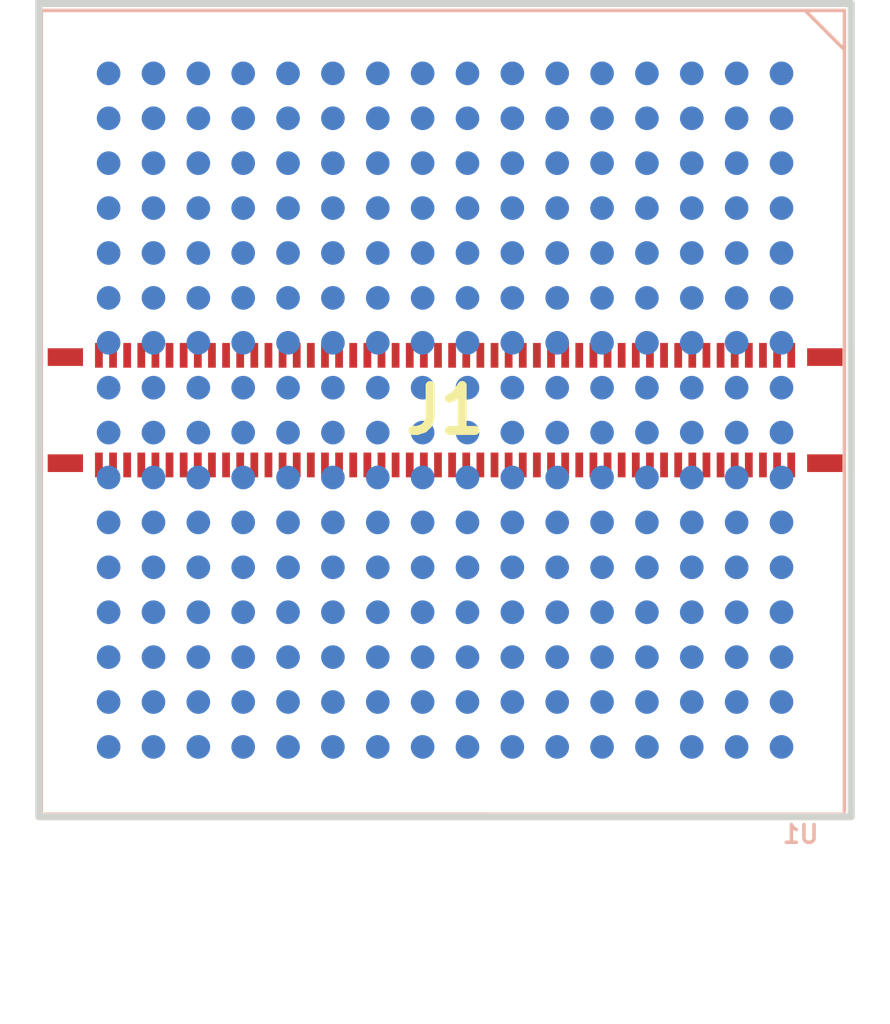
<source format=kicad_pcb>
(kicad_pcb (version 20241229) (generator "pcbnew") (generator_version "9.0")
  (layers (0 "F.Cu" signal) (2 "B.Cu" signal) (13 "F.Paste" user) (15 "B.Paste" user) (5 "F.SilkS" user "F.Silkscreen") (7 "B.SilkS" user "B.Silkscreen") (1 "F.Mask" user) (3 "B.Mask" user) (25 "Edge.Cuts" user))
  (net 0 "")
  (net 105 "Net-(U1-VCC-PadD10)")
  (net 242 "GND")
  (footprint "pcb-bga-library:513381074" (layer "F.Cu") (at 111.5 111.5)
    (property "Reference" "J1" (at 0 0 0) (layer "F.SilkS") (effects (font (size 1.27 1.27) (thickness 0.254))))
    (property "Value" "51338-1074" (hide yes))
    (fp_line (start -11.55 -1.7) (end -11.55 1.7) (stroke (width 0.1)) (layer "F.SilkS"))
    (fp_line (start 11.55 -1.7) (end 11.55 1.7) (stroke (width 0.1)) (layer "F.SilkS"))
    (pad "1" smd rect (at -9.8 1.55) (size 0.22 0.7) (layers "F.Cu" "F.Mask" "F.Paste"))
    (pad "2" smd rect (at -9.8 -1.55) (size 0.22 0.7) (layers "F.Cu" "F.Mask" "F.Paste"))
    (pad "3" smd rect (at -9.4 1.55) (size 0.22 0.7) (layers "F.Cu" "F.Mask" "F.Paste"))
    (pad "4" smd rect (at -9.4 -1.55) (size 0.22 0.7) (layers "F.Cu" "F.Mask" "F.Paste"))
    (pad "5" smd rect (at -9.000001 1.55) (size 0.22 0.7) (layers "F.Cu" "F.Mask" "F.Paste"))
    (pad "6" smd rect (at -9.000001 -1.55) (size 0.22 0.7) (layers "F.Cu" "F.Mask" "F.Paste"))
    (pad "7" smd rect (at -8.6 1.55) (size 0.22 0.7) (layers "F.Cu" "F.Mask" "F.Paste"))
    (pad "8" smd rect (at -8.6 -1.55) (size 0.22 0.7) (layers "F.Cu" "F.Mask" "F.Paste"))
    (pad "9" smd rect (at -8.2 1.55) (size 0.22 0.7) (layers "F.Cu" "F.Mask" "F.Paste"))
    (pad "10" smd rect (at -8.2 -1.55) (size 0.22 0.7) (layers "F.Cu" "F.Mask" "F.Paste"))
    (pad "11" smd rect (at -7.799999 1.55) (size 0.22 0.7) (layers "F.Cu" "F.Mask" "F.Paste"))
    (pad "12" smd rect (at -7.799999 -1.55) (size 0.22 0.7) (layers "F.Cu" "F.Mask" "F.Paste"))
    (pad "13" smd rect (at -7.4 1.55) (size 0.22 0.7) (layers "F.Cu" "F.Mask" "F.Paste"))
    (pad "14" smd rect (at -7.4 -1.55) (size 0.22 0.7) (layers "F.Cu" "F.Mask" "F.Paste"))
    (pad "15" smd rect (at -7 1.55) (size 0.22 0.7) (layers "F.Cu" "F.Mask" "F.Paste"))
    (pad "16" smd rect (at -7 -1.55) (size 0.22 0.7) (layers "F.Cu" "F.Mask" "F.Paste"))
    (pad "17" smd rect (at -6.6 1.55) (size 0.22 0.7) (layers "F.Cu" "F.Mask" "F.Paste"))
    (pad "18" smd rect (at -6.6 -1.55) (size 0.22 0.7) (layers "F.Cu" "F.Mask" "F.Paste"))
    (pad "19" smd rect (at -6.200001 1.55) (size 0.22 0.7) (layers "F.Cu" "F.Mask" "F.Paste"))
    (pad "20" smd rect (at -6.200001 -1.55) (size 0.22 0.7) (layers "F.Cu" "F.Mask" "F.Paste"))
    (pad "21" smd rect (at -5.8 1.55) (size 0.22 0.7) (layers "F.Cu" "F.Mask" "F.Paste"))
    (pad "22" smd rect (at -5.8 -1.55) (size 0.22 0.7) (layers "F.Cu" "F.Mask" "F.Paste"))
    (pad "23" smd rect (at -5.4 1.55) (size 0.22 0.7) (layers "F.Cu" "F.Mask" "F.Paste"))
    (pad "24" smd rect (at -5.4 -1.55) (size 0.22 0.7) (layers "F.Cu" "F.Mask" "F.Paste"))
    (pad "25" smd rect (at -4.999999 1.55) (size 0.22 0.7) (layers "F.Cu" "F.Mask" "F.Paste"))
    (pad "26" smd rect (at -4.999999 -1.55) (size 0.22 0.7) (layers "F.Cu" "F.Mask" "F.Paste"))
    (pad "27" smd rect (at -4.6 1.55) (size 0.22 0.7) (layers "F.Cu" "F.Mask" "F.Paste"))
    (pad "28" smd rect (at -4.6 -1.55) (size 0.22 0.7) (layers "F.Cu" "F.Mask" "F.Paste"))
    (pad "29" smd rect (at -4.2 1.55) (size 0.22 0.7) (layers "F.Cu" "F.Mask" "F.Paste"))
    (pad "30" smd rect (at -4.2 -1.55) (size 0.22 0.7) (layers "F.Cu" "F.Mask" "F.Paste"))
    (pad "31" smd rect (at -3.8 1.55) (size 0.22 0.7) (layers "F.Cu" "F.Mask" "F.Paste"))
    (pad "32" smd rect (at -3.8 -1.55) (size 0.22 0.7) (layers "F.Cu" "F.Mask" "F.Paste"))
    (pad "33" smd rect (at -3.400001 1.55) (size 0.22 0.7) (layers "F.Cu" "F.Mask" "F.Paste"))
    (pad "34" smd rect (at -3.400001 -1.55) (size 0.22 0.7) (layers "F.Cu" "F.Mask" "F.Paste"))
    (pad "35" smd rect (at -3 1.55) (size 0.22 0.7) (layers "F.Cu" "F.Mask" "F.Paste"))
    (pad "36" smd rect (at -3 -1.55) (size 0.22 0.7) (layers "F.Cu" "F.Mask" "F.Paste"))
    (pad "37" smd rect (at -2.6 1.55) (size 0.22 0.7) (layers "F.Cu" "F.Mask" "F.Paste"))
    (pad "38" smd rect (at -2.6 -1.55) (size 0.22 0.7) (layers "F.Cu" "F.Mask" "F.Paste"))
    (pad "39" smd rect (at -2.199999 1.55) (size 0.22 0.7) (layers "F.Cu" "F.Mask" "F.Paste"))
    (pad "40" smd rect (at -2.199999 -1.55) (size 0.22 0.7) (layers "F.Cu" "F.Mask" "F.Paste"))
    (pad "41" smd rect (at -1.8 1.55) (size 0.22 0.7) (layers "F.Cu" "F.Mask" "F.Paste"))
    (pad "42" smd rect (at -1.8 -1.55) (size 0.22 0.7) (layers "F.Cu" "F.Mask" "F.Paste"))
    (pad "43" smd rect (at -1.4 1.55) (size 0.22 0.7) (layers "F.Cu" "F.Mask" "F.Paste"))
    (pad "44" smd rect (at -1.4 -1.55) (size 0.22 0.7) (layers "F.Cu" "F.Mask" "F.Paste"))
    (pad "45" smd rect (at -1 1.55) (size 0.22 0.7) (layers "F.Cu" "F.Mask" "F.Paste"))
    (pad "46" smd rect (at -1 -1.55) (size 0.22 0.7) (layers "F.Cu" "F.Mask" "F.Paste"))
    (pad "47" smd rect (at -0.600001 1.55) (size 0.22 0.7) (layers "F.Cu" "F.Mask" "F.Paste"))
    (pad "48" smd rect (at -0.600001 -1.55) (size 0.22 0.7) (layers "F.Cu" "F.Mask" "F.Paste"))
    (pad "49" smd rect (at -0.2 1.55) (size 0.22 0.7) (layers "F.Cu" "F.Mask" "F.Paste"))
    (pad "50" smd rect (at -0.2 -1.55) (size 0.22 0.7) (layers "F.Cu" "F.Mask" "F.Paste"))
    (pad "51" smd rect (at 0.2 1.55) (size 0.22 0.7) (layers "F.Cu" "F.Mask" "F.Paste"))
    (pad "52" smd rect (at 0.2 -1.55) (size 0.22 0.7) (layers "F.Cu" "F.Mask" "F.Paste"))
    (pad "53" smd rect (at 0.600001 1.55) (size 0.22 0.7) (layers "F.Cu" "F.Mask" "F.Paste"))
    (pad "54" smd rect (at 0.600001 -1.55) (size 0.22 0.7) (layers "F.Cu" "F.Mask" "F.Paste"))
    (pad "55" smd rect (at 1 1.55) (size 0.22 0.7) (layers "F.Cu" "F.Mask" "F.Paste"))
    (pad "56" smd rect (at 1 -1.55) (size 0.22 0.7) (layers "F.Cu" "F.Mask" "F.Paste"))
    (pad "57" smd rect (at 1.4 1.55) (size 0.22 0.7) (layers "F.Cu" "F.Mask" "F.Paste"))
    (pad "58" smd rect (at 1.4 -1.55) (size 0.22 0.7) (layers "F.Cu" "F.Mask" "F.Paste"))
    (pad "59" smd rect (at 1.8 1.55) (size 0.22 0.7) (layers "F.Cu" "F.Mask" "F.Paste"))
    (pad "60" smd rect (at 1.8 -1.55) (size 0.22 0.7) (layers "F.Cu" "F.Mask" "F.Paste"))
    (pad "61" smd rect (at 2.199999 1.55) (size 0.22 0.7) (layers "F.Cu" "F.Mask" "F.Paste"))
    (pad "62" smd rect (at 2.199999 -1.55) (size 0.22 0.7) (layers "F.Cu" "F.Mask" "F.Paste"))
    (pad "63" smd rect (at 2.6 1.55) (size 0.22 0.7) (layers "F.Cu" "F.Mask" "F.Paste"))
    (pad "64" smd rect (at 2.6 -1.55) (size 0.22 0.7) (layers "F.Cu" "F.Mask" "F.Paste"))
    (pad "65" smd rect (at 3 1.55) (size 0.22 0.7) (layers "F.Cu" "F.Mask" "F.Paste"))
    (pad "66" smd rect (at 3 -1.55) (size 0.22 0.7) (layers "F.Cu" "F.Mask" "F.Paste"))
    (pad "67" smd rect (at 3.400001 1.55) (size 0.22 0.7) (layers "F.Cu" "F.Mask" "F.Paste"))
    (pad "68" smd rect (at 3.400001 -1.55) (size 0.22 0.7) (layers "F.Cu" "F.Mask" "F.Paste"))
    (pad "69" smd rect (at 3.8 1.55) (size 0.22 0.7) (layers "F.Cu" "F.Mask" "F.Paste"))
    (pad "70" smd rect (at 3.8 -1.55) (size 0.22 0.7) (layers "F.Cu" "F.Mask" "F.Paste"))
    (pad "71" smd rect (at 4.2 1.55) (size 0.22 0.7) (layers "F.Cu" "F.Mask" "F.Paste"))
    (pad "72" smd rect (at 4.2 -1.55) (size 0.22 0.7) (layers "F.Cu" "F.Mask" "F.Paste"))
    (pad "73" smd rect (at 4.6 1.55) (size 0.22 0.7) (layers "F.Cu" "F.Mask" "F.Paste"))
    (pad "74" smd rect (at 4.6 -1.55) (size 0.22 0.7) (layers "F.Cu" "F.Mask" "F.Paste"))
    (pad "75" smd rect (at 4.999999 1.55) (size 0.22 0.7) (layers "F.Cu" "F.Mask" "F.Paste"))
    (pad "76" smd rect (at 4.999999 -1.55) (size 0.22 0.7) (layers "F.Cu" "F.Mask" "F.Paste"))
    (pad "77" smd rect (at 5.4 1.55) (size 0.22 0.7) (layers "F.Cu" "F.Mask" "F.Paste"))
    (pad "78" smd rect (at 5.4 -1.55) (size 0.22 0.7) (layers "F.Cu" "F.Mask" "F.Paste"))
    (pad "79" smd rect (at 5.8 1.55) (size 0.22 0.7) (layers "F.Cu" "F.Mask" "F.Paste"))
    (pad "80" smd rect (at 5.8 -1.55) (size 0.22 0.7) (layers "F.Cu" "F.Mask" "F.Paste"))
    (pad "81" smd rect (at 6.200001 1.55) (size 0.22 0.7) (layers "F.Cu" "F.Mask" "F.Paste"))
    (pad "82" smd rect (at 6.200001 -1.55) (size 0.22 0.7) (layers "F.Cu" "F.Mask" "F.Paste"))
    (pad "83" smd rect (at 6.6 1.55) (size 0.22 0.7) (layers "F.Cu" "F.Mask" "F.Paste"))
    (pad "84" smd rect (at 6.6 -1.55) (size 0.22 0.7) (layers "F.Cu" "F.Mask" "F.Paste"))
    (pad "85" smd rect (at 7 1.55) (size 0.22 0.7) (layers "F.Cu" "F.Mask" "F.Paste"))
    (pad "86" smd rect (at 7 -1.55) (size 0.22 0.7) (layers "F.Cu" "F.Mask" "F.Paste"))
    (pad "87" smd rect (at 7.4 1.55) (size 0.22 0.7) (layers "F.Cu" "F.Mask" "F.Paste"))
    (pad "88" smd rect (at 7.4 -1.55) (size 0.22 0.7) (layers "F.Cu" "F.Mask" "F.Paste"))
    (pad "89" smd rect (at 7.799999 1.55) (size 0.22 0.7) (layers "F.Cu" "F.Mask" "F.Paste"))
    (pad "90" smd rect (at 7.799999 -1.55) (size 0.22 0.7) (layers "F.Cu" "F.Mask" "F.Paste"))
    (pad "91" smd rect (at 8.2 1.55) (size 0.22 0.7) (layers "F.Cu" "F.Mask" "F.Paste"))
    (pad "92" smd rect (at 8.2 -1.55) (size 0.22 0.7) (layers "F.Cu" "F.Mask" "F.Paste"))
    (pad "93" smd rect (at 8.6 1.55) (size 0.22 0.7) (layers "F.Cu" "F.Mask" "F.Paste"))
    (pad "94" smd rect (at 8.6 -1.55) (size 0.22 0.7) (layers "F.Cu" "F.Mask" "F.Paste"))
    (pad "95" smd rect (at 9.000001 1.55) (size 0.22 0.7) (layers "F.Cu" "F.Mask" "F.Paste"))
    (pad "96" smd rect (at 9.000001 -1.55) (size 0.22 0.7) (layers "F.Cu" "F.Mask" "F.Paste"))
    (pad "97" smd rect (at 9.4 1.55) (size 0.22 0.7) (layers "F.Cu" "F.Mask" "F.Paste"))
    (pad "98" smd rect (at 9.4 -1.55) (size 0.22 0.7) (layers "F.Cu" "F.Mask" "F.Paste"))
    (pad "99" smd rect (at 9.8 1.55) (size 0.22 0.7) (layers "F.Cu" "F.Mask" "F.Paste"))
    (pad "100" smd rect (at 9.8 -1.55) (size 0.22 0.7) (layers "F.Cu" "F.Mask" "F.Paste"))
    (pad "MP1" smd rect (at -10.75 -1.5 90) (size 0.5 1) (layers "F.Cu" "F.Mask" "F.Paste"))
    (pad "MP2" smd rect (at -10.75 1.5 90) (size 0.5 1) (layers "F.Cu" "F.Mask" "F.Paste"))
    (pad "MP3" smd rect (at 10.75 1.5 90) (size 0.5 1) (layers "F.Cu" "F.Mask" "F.Paste"))
    (pad "MP4" smd rect (at 10.75 -1.5 90) (size 0.5 1) (layers "F.Cu" "F.Mask" "F.Paste"))
  )
  (footprint "pcb-bga-library:BGA-256-MIRRORED" (layer "B.Cu") (at 110.9 111.5 180)
    (property "Reference" "U1" (at -10.665 -11.995 0) (layer "B.SilkS") (effects (font (size 0.5 0.5) (thickness 0.1)) (justify mirror)))
    (property "Value" "~")
    (fp_line (start 10.83 -11.335) (end 10.83 11.305) (stroke (width 0.1)) (layer "B.SilkS"))
    (fp_line (start -11.9 10.2) (end -10.8 11.3) (stroke (width 0.1)) (layer "B.SilkS"))
    (fp_line (start -11.905 11.305) (end 10.83 11.305) (stroke (width 0.1)) (layer "B.SilkS"))
    (fp_line (start -11.905 -11.335345) (end -11.905 11.305) (stroke (width 0.1)) (layer "B.SilkS"))
    (fp_line (start -11.905 -11.430345) (end 10.83 -11.43) (stroke (width 0.1)) (layer "B.SilkS"))
    (pad "A1" smd circle (at -10.125 9.525 180) (size 0.67 0.67) (layers "B.Cu" "B.Mask" "B.Paste"))
    (pad "A2" smd circle (at -10.125 8.255 180) (size 0.67 0.67) (layers "B.Cu" "B.Mask" "B.Paste"))
    (pad "A3" smd circle (at -10.125 6.985 180) (size 0.67 0.67) (layers "B.Cu" "B.Mask" "B.Paste"))
    (pad "A4" smd circle (at -10.125 5.715 180) (size 0.67 0.67) (layers "B.Cu" "B.Mask" "B.Paste"))
    (pad "A5" smd circle (at -10.125 4.445 180) (size 0.67 0.67) (layers "B.Cu" "B.Mask" "B.Paste"))
    (pad "A6" smd circle (at -10.125 3.175 180) (size 0.67 0.67) (layers "B.Cu" "B.Mask" "B.Paste"))
    (pad "A7" smd circle (at -10.125 1.905 180) (size 0.67 0.67) (layers "B.Cu" "B.Mask" "B.Paste"))
    (pad "A8" smd circle (at -10.125 0.635 180) (size 0.67 0.67) (layers "B.Cu" "B.Mask" "B.Paste"))
    (pad "A9" smd circle (at -10.125 -0.635 180) (size 0.67 0.67) (layers "B.Cu" "B.Mask" "B.Paste"))
    (pad "A10" smd circle (at -10.125 -1.905 180) (size 0.67 0.67) (layers "B.Cu" "B.Mask" "B.Paste"))
    (pad "A11" smd circle (at -10.125 -3.175 180) (size 0.67 0.67) (layers "B.Cu" "B.Mask" "B.Paste"))
    (pad "A12" smd circle (at -10.125 -4.445 180) (size 0.67 0.67) (layers "B.Cu" "B.Mask" "B.Paste"))
    (pad "A13" smd circle (at -10.125 -5.715 180) (size 0.67 0.67) (layers "B.Cu" "B.Mask" "B.Paste"))
    (pad "A14" smd circle (at -10.125 -6.985 180) (size 0.67 0.67) (layers "B.Cu" "B.Mask" "B.Paste"))
    (pad "A15" smd circle (at -10.125 -8.255 180) (size 0.67 0.67) (layers "B.Cu" "B.Mask" "B.Paste"))
    (pad "A16" smd circle (at -10.125 -9.525 180) (size 0.67 0.67) (layers "B.Cu" "B.Mask" "B.Paste"))
    (pad "B1" smd circle (at -8.855 9.525 180) (size 0.67 0.67) (layers "B.Cu" "B.Mask" "B.Paste"))
    (pad "B2" smd circle (at -8.855 8.255 180) (size 0.67 0.67) (layers "B.Cu" "B.Mask" "B.Paste"))
    (pad "B3" smd circle (at -8.855 6.985 180) (size 0.67 0.67) (layers "B.Cu" "B.Mask" "B.Paste"))
    (pad "B4" smd circle (at -8.855 5.715 180) (size 0.67 0.67) (layers "B.Cu" "B.Mask" "B.Paste"))
    (pad "B5" smd circle (at -8.855 4.445 180) (size 0.67 0.67) (layers "B.Cu" "B.Mask" "B.Paste"))
    (pad "B6" smd circle (at -8.855 3.175 180) (size 0.67 0.67) (layers "B.Cu" "B.Mask" "B.Paste"))
    (pad "B7" smd circle (at -8.855 1.905 180) (size 0.67 0.67) (layers "B.Cu" "B.Mask" "B.Paste"))
    (pad "B8" smd circle (at -8.855 0.635 180) (size 0.67 0.67) (layers "B.Cu" "B.Mask" "B.Paste"))
    (pad "B9" smd circle (at -8.855 -0.635 180) (size 0.67 0.67) (layers "B.Cu" "B.Mask" "B.Paste"))
    (pad "B10" smd circle (at -8.855 -1.905 180) (size 0.67 0.67) (layers "B.Cu" "B.Mask" "B.Paste"))
    (pad "B11" smd circle (at -8.855 -3.175 180) (size 0.67 0.67) (layers "B.Cu" "B.Mask" "B.Paste"))
    (pad "B12" smd circle (at -8.855 -4.445 180) (size 0.67 0.67) (layers "B.Cu" "B.Mask" "B.Paste"))
    (pad "B13" smd circle (at -8.855 -5.715 180) (size 0.67 0.67) (layers "B.Cu" "B.Mask" "B.Paste"))
    (pad "B14" smd circle (at -8.855 -6.985 180) (size 0.67 0.67) (layers "B.Cu" "B.Mask" "B.Paste"))
    (pad "B15" smd circle (at -8.855 -8.255 180) (size 0.67 0.67) (layers "B.Cu" "B.Mask" "B.Paste"))
    (pad "B16" smd circle (at -8.855 -9.525 180) (size 0.67 0.67) (layers "B.Cu" "B.Mask" "B.Paste"))
    (pad "C1" smd circle (at -7.585 9.525 180) (size 0.67 0.67) (layers "B.Cu" "B.Mask" "B.Paste"))
    (pad "C2" smd circle (at -7.585 8.255 180) (size 0.67 0.67) (layers "B.Cu" "B.Mask" "B.Paste"))
    (pad "C3" smd circle (at -7.585 6.985 180) (size 0.67 0.67) (layers "B.Cu" "B.Mask" "B.Paste"))
    (pad "C4" smd circle (at -7.585 5.715 180) (size 0.67 0.67) (layers "B.Cu" "B.Mask" "B.Paste"))
    (pad "C5" smd circle (at -7.585 4.445 180) (size 0.67 0.67) (layers "B.Cu" "B.Mask" "B.Paste"))
    (pad "C6" smd circle (at -7.585 3.175 180) (size 0.67 0.67) (layers "B.Cu" "B.Mask" "B.Paste"))
    (pad "C7" smd circle (at -7.585 1.905 180) (size 0.67 0.67) (layers "B.Cu" "B.Mask" "B.Paste"))
    (pad "C8" smd circle (at -7.585 0.635 180) (size 0.67 0.67) (layers "B.Cu" "B.Mask" "B.Paste"))
    (pad "C9" smd circle (at -7.585 -0.635 180) (size 0.67 0.67) (layers "B.Cu" "B.Mask" "B.Paste"))
    (pad "C10" smd circle (at -7.585 -1.905 180) (size 0.67 0.67) (layers "B.Cu" "B.Mask" "B.Paste"))
    (pad "C11" smd circle (at -7.585 -3.175 180) (size 0.67 0.67) (layers "B.Cu" "B.Mask" "B.Paste"))
    (pad "C12" smd circle (at -7.585 -4.445 180) (size 0.67 0.67) (layers "B.Cu" "B.Mask" "B.Paste"))
    (pad "C13" smd circle (at -7.585 -5.715 180) (size 0.67 0.67) (layers "B.Cu" "B.Mask" "B.Paste"))
    (pad "C14" smd circle (at -7.585 -6.985 180) (size 0.67 0.67) (layers "B.Cu" "B.Mask" "B.Paste"))
    (pad "C15" smd circle (at -7.585 -8.255 180) (size 0.67 0.67) (layers "B.Cu" "B.Mask" "B.Paste"))
    (pad "C16" smd circle (at -7.585 -9.525 180) (size 0.67 0.67) (layers "B.Cu" "B.Mask" "B.Paste"))
    (pad "D1" smd circle (at -6.315 9.525 180) (size 0.67 0.67) (layers "B.Cu" "B.Mask" "B.Paste"))
    (pad "D2" smd circle (at -6.315 8.255 180) (size 0.67 0.67) (layers "B.Cu" "B.Mask" "B.Paste"))
    (pad "D3" smd circle (at -6.315 6.985 180) (size 0.67 0.67) (layers "B.Cu" "B.Mask" "B.Paste") (net 105 "Net-(U1-VCC-PadD10)"))
    (pad "D4" smd circle (at -6.315 5.715 180) (size 0.67 0.67) (layers "B.Cu" "B.Mask" "B.Paste") (net 105 "Net-(U1-VCC-PadD10)"))
    (pad "D5" smd circle (at -6.315 4.445 180) (size 0.67 0.67) (layers "B.Cu" "B.Mask" "B.Paste") (net 105 "Net-(U1-VCC-PadD10)"))
    (pad "D6" smd circle (at -6.315 3.175 180) (size 0.67 0.67) (layers "B.Cu" "B.Mask" "B.Paste") (net 105 "Net-(U1-VCC-PadD10)"))
    (pad "D7" smd circle (at -6.315 1.905 180) (size 0.67 0.67) (layers "B.Cu" "B.Mask" "B.Paste") (net 105 "Net-(U1-VCC-PadD10)"))
    (pad "D8" smd circle (at -6.315 0.635 180) (size 0.67 0.67) (layers "B.Cu" "B.Mask" "B.Paste") (net 105 "Net-(U1-VCC-PadD10)"))
    (pad "D9" smd circle (at -6.315 -0.635 180) (size 0.67 0.67) (layers "B.Cu" "B.Mask" "B.Paste") (net 105 "Net-(U1-VCC-PadD10)"))
    (pad "D10" smd circle (at -6.315 -1.905 180) (size 0.67 0.67) (layers "B.Cu" "B.Mask" "B.Paste") (net 105 "Net-(U1-VCC-PadD10)"))
    (pad "D11" smd circle (at -6.315 -3.175 180) (size 0.67 0.67) (layers "B.Cu" "B.Mask" "B.Paste") (net 105 "Net-(U1-VCC-PadD10)"))
    (pad "D12" smd circle (at -6.315 -4.445 180) (size 0.67 0.67) (layers "B.Cu" "B.Mask" "B.Paste") (net 105 "Net-(U1-VCC-PadD10)"))
    (pad "D13" smd circle (at -6.315 -5.715 180) (size 0.67 0.67) (layers "B.Cu" "B.Mask" "B.Paste") (net 105 "Net-(U1-VCC-PadD10)"))
    (pad "D14" smd circle (at -6.315 -6.985 180) (size 0.67 0.67) (layers "B.Cu" "B.Mask" "B.Paste") (net 105 "Net-(U1-VCC-PadD10)"))
    (pad "D15" smd circle (at -6.315 -8.255 180) (size 0.67 0.67) (layers "B.Cu" "B.Mask" "B.Paste"))
    (pad "D16" smd circle (at -6.315 -9.525 180) (size 0.67 0.67) (layers "B.Cu" "B.Mask" "B.Paste"))
    (pad "E1" smd circle (at -5.045 9.525 180) (size 0.67 0.67) (layers "B.Cu" "B.Mask" "B.Paste"))
    (pad "E2" smd circle (at -5.045 8.255 180) (size 0.67 0.67) (layers "B.Cu" "B.Mask" "B.Paste"))
    (pad "E3" smd circle (at -5.045 6.985 180) (size 0.67 0.67) (layers "B.Cu" "B.Mask" "B.Paste") (net 105 "Net-(U1-VCC-PadD10)"))
    (pad "E4" smd circle (at -5.045 5.715 180) (size 0.67 0.67) (layers "B.Cu" "B.Mask" "B.Paste") (net 105 "Net-(U1-VCC-PadD10)"))
    (pad "E5" smd circle (at -5.045 4.445 180) (size 0.67 0.67) (layers "B.Cu" "B.Mask" "B.Paste") (net 105 "Net-(U1-VCC-PadD10)"))
    (pad "E6" smd circle (at -5.045 3.175 180) (size 0.67 0.67) (layers "B.Cu" "B.Mask" "B.Paste") (net 105 "Net-(U1-VCC-PadD10)"))
    (pad "E7" smd circle (at -5.045 1.905 180) (size 0.67 0.67) (layers "B.Cu" "B.Mask" "B.Paste") (net 105 "Net-(U1-VCC-PadD10)"))
    (pad "E8" smd circle (at -5.045 0.635 180) (size 0.67 0.67) (layers "B.Cu" "B.Mask" "B.Paste") (net 105 "Net-(U1-VCC-PadD10)"))
    (pad "E9" smd circle (at -5.045 -0.635 180) (size 0.67 0.67) (layers "B.Cu" "B.Mask" "B.Paste") (net 105 "Net-(U1-VCC-PadD10)"))
    (pad "E10" smd circle (at -5.045 -1.905 180) (size 0.67 0.67) (layers "B.Cu" "B.Mask" "B.Paste") (net 105 "Net-(U1-VCC-PadD10)"))
    (pad "E11" smd circle (at -5.045 -3.175 180) (size 0.67 0.67) (layers "B.Cu" "B.Mask" "B.Paste") (net 105 "Net-(U1-VCC-PadD10)"))
    (pad "E12" smd circle (at -5.045 -4.445 180) (size 0.67 0.67) (layers "B.Cu" "B.Mask" "B.Paste") (net 105 "Net-(U1-VCC-PadD10)"))
    (pad "E13" smd circle (at -5.045 -5.715 180) (size 0.67 0.67) (layers "B.Cu" "B.Mask" "B.Paste") (net 105 "Net-(U1-VCC-PadD10)"))
    (pad "E14" smd circle (at -5.045 -6.985 180) (size 0.67 0.67) (layers "B.Cu" "B.Mask" "B.Paste") (net 105 "Net-(U1-VCC-PadD10)"))
    (pad "E15" smd circle (at -5.045 -8.255 180) (size 0.67 0.67) (layers "B.Cu" "B.Mask" "B.Paste"))
    (pad "E16" smd circle (at -5.045 -9.525 180) (size 0.67 0.67) (layers "B.Cu" "B.Mask" "B.Paste"))
    (pad "F1" smd circle (at -3.775 9.525 180) (size 0.67 0.67) (layers "B.Cu" "B.Mask" "B.Paste"))
    (pad "F2" smd circle (at -3.775 8.255 180) (size 0.67 0.67) (layers "B.Cu" "B.Mask" "B.Paste"))
    (pad "F3" smd circle (at -3.775 6.985 180) (size 0.67 0.67) (layers "B.Cu" "B.Mask" "B.Paste") (net 105 "Net-(U1-VCC-PadD10)"))
    (pad "F4" smd circle (at -3.775 5.715 180) (size 0.67 0.67) (layers "B.Cu" "B.Mask" "B.Paste") (net 242 "GND"))
    (pad "F5" smd circle (at -3.775 4.445 180) (size 0.67 0.67) (layers "B.Cu" "B.Mask" "B.Paste") (net 242 "GND"))
    (pad "F6" smd circle (at -3.775 3.175 180) (size 0.67 0.67) (layers "B.Cu" "B.Mask" "B.Paste") (net 242 "GND"))
    (pad "F7" smd circle (at -3.775 1.905 180) (size 0.67 0.67) (layers "B.Cu" "B.Mask" "B.Paste") (net 242 "GND"))
    (pad "F8" smd circle (at -3.775 0.635 180) (size 0.67 0.67) (layers "B.Cu" "B.Mask" "B.Paste") (net 242 "GND"))
    (pad "F9" smd circle (at -3.775 -0.635 180) (size 0.67 0.67) (layers "B.Cu" "B.Mask" "B.Paste") (net 242 "GND"))
    (pad "F10" smd circle (at -3.775 -1.905 180) (size 0.67 0.67) (layers "B.Cu" "B.Mask" "B.Paste") (net 242 "GND"))
    (pad "F11" smd circle (at -3.775 -3.175 180) (size 0.67 0.67) (layers "B.Cu" "B.Mask" "B.Paste") (net 242 "GND"))
    (pad "F12" smd circle (at -3.775 -4.445 180) (size 0.67 0.67) (layers "B.Cu" "B.Mask" "B.Paste") (net 242 "GND"))
    (pad "F13" smd circle (at -3.775 -5.715 180) (size 0.67 0.67) (layers "B.Cu" "B.Mask" "B.Paste") (net 242 "GND"))
    (pad "F14" smd circle (at -3.775 -6.985 180) (size 0.67 0.67) (layers "B.Cu" "B.Mask" "B.Paste") (net 105 "Net-(U1-VCC-PadD10)"))
    (pad "F15" smd circle (at -3.775 -8.255 180) (size 0.67 0.67) (layers "B.Cu" "B.Mask" "B.Paste"))
    (pad "F16" smd circle (at -3.775 -9.525 180) (size 0.67 0.67) (layers "B.Cu" "B.Mask" "B.Paste"))
    (pad "G1" smd circle (at -2.505 9.525 180) (size 0.67 0.67) (layers "B.Cu" "B.Mask" "B.Paste"))
    (pad "G2" smd circle (at -2.505 8.255 180) (size 0.67 0.67) (layers "B.Cu" "B.Mask" "B.Paste"))
    (pad "G3" smd circle (at -2.505 6.985 180) (size 0.67 0.67) (layers "B.Cu" "B.Mask" "B.Paste") (net 105 "Net-(U1-VCC-PadD10)"))
    (pad "G4" smd circle (at -2.505 5.715 180) (size 0.67 0.67) (layers "B.Cu" "B.Mask" "B.Paste") (net 242 "GND"))
    (pad "G5" smd circle (at -2.505 4.445 180) (size 0.67 0.67) (layers "B.Cu" "B.Mask" "B.Paste") (net 242 "GND"))
    (pad "G6" smd circle (at -2.505 3.175 180) (size 0.67 0.67) (layers "B.Cu" "B.Mask" "B.Paste") (net 242 "GND"))
    (pad "G7" smd circle (at -2.505 1.905 180) (size 0.67 0.67) (layers "B.Cu" "B.Mask" "B.Paste") (net 242 "GND"))
    (pad "G8" smd circle (at -2.505 0.635 180) (size 0.67 0.67) (layers "B.Cu" "B.Mask" "B.Paste") (net 242 "GND"))
    (pad "G9" smd circle (at -2.505 -0.635 180) (size 0.67 0.67) (layers "B.Cu" "B.Mask" "B.Paste") (net 242 "GND"))
    (pad "G10" smd circle (at -2.505 -1.905 180) (size 0.67 0.67) (layers "B.Cu" "B.Mask" "B.Paste") (net 242 "GND"))
    (pad "G11" smd circle (at -2.505 -3.175 180) (size 0.67 0.67) (layers "B.Cu" "B.Mask" "B.Paste") (net 242 "GND"))
    (pad "G12" smd circle (at -2.505 -4.445 180) (size 0.67 0.67) (layers "B.Cu" "B.Mask" "B.Paste") (net 242 "GND"))
    (pad "G13" smd circle (at -2.505 -5.715 180) (size 0.67 0.67) (layers "B.Cu" "B.Mask" "B.Paste") (net 242 "GND"))
    (pad "G14" smd circle (at -2.505 -6.985 180) (size 0.67 0.67) (layers "B.Cu" "B.Mask" "B.Paste") (net 105 "Net-(U1-VCC-PadD10)"))
    (pad "G15" smd circle (at -2.505 -8.255 180) (size 0.67 0.67) (layers "B.Cu" "B.Mask" "B.Paste"))
    (pad "G16" smd circle (at -2.505 -9.525 180) (size 0.67 0.67) (layers "B.Cu" "B.Mask" "B.Paste"))
    (pad "H1" smd circle (at -1.235 9.525 180) (size 0.67 0.67) (layers "B.Cu" "B.Mask" "B.Paste"))
    (pad "H2" smd circle (at -1.235 8.255 180) (size 0.67 0.67) (layers "B.Cu" "B.Mask" "B.Paste"))
    (pad "H3" smd circle (at -1.235 6.985 180) (size 0.67 0.67) (layers "B.Cu" "B.Mask" "B.Paste") (net 105 "Net-(U1-VCC-PadD10)"))
    (pad "H4" smd circle (at -1.235 5.715 180) (size 0.67 0.67) (layers "B.Cu" "B.Mask" "B.Paste") (net 242 "GND"))
    (pad "H5" smd circle (at -1.235 4.445 180) (size 0.67 0.67) (layers "B.Cu" "B.Mask" "B.Paste") (net 242 "GND"))
    (pad "H6" smd circle (at -1.235 3.175 180) (size 0.67 0.67) (layers "B.Cu" "B.Mask" "B.Paste") (net 242 "GND"))
    (pad "H7" smd circle (at -1.235 1.905 180) (size 0.67 0.67) (layers "B.Cu" "B.Mask" "B.Paste") (net 242 "GND"))
    (pad "H8" smd circle (at -1.235 0.635 180) (size 0.67 0.67) (layers "B.Cu" "B.Mask" "B.Paste") (net 242 "GND"))
    (pad "H9" smd circle (at -1.235 -0.635 180) (size 0.67 0.67) (layers "B.Cu" "B.Mask" "B.Paste") (net 242 "GND"))
    (pad "H10" smd circle (at -1.235 -1.905 180) (size 0.67 0.67) (layers "B.Cu" "B.Mask" "B.Paste") (net 242 "GND"))
    (pad "H11" smd circle (at -1.235 -3.175 180) (size 0.67 0.67) (layers "B.Cu" "B.Mask" "B.Paste") (net 242 "GND"))
    (pad "H12" smd circle (at -1.235 -4.445 180) (size 0.67 0.67) (layers "B.Cu" "B.Mask" "B.Paste") (net 242 "GND"))
    (pad "H13" smd circle (at -1.235 -5.715 180) (size 0.67 0.67) (layers "B.Cu" "B.Mask" "B.Paste") (net 242 "GND"))
    (pad "H14" smd circle (at -1.235 -6.985 180) (size 0.67 0.67) (layers "B.Cu" "B.Mask" "B.Paste") (net 105 "Net-(U1-VCC-PadD10)"))
    (pad "H15" smd circle (at -1.235 -8.255 180) (size 0.67 0.67) (layers "B.Cu" "B.Mask" "B.Paste"))
    (pad "H16" smd circle (at -1.235 -9.525 180) (size 0.67 0.67) (layers "B.Cu" "B.Mask" "B.Paste"))
    (pad "J1" smd circle (at 0.035 9.525 180) (size 0.67 0.67) (layers "B.Cu" "B.Mask" "B.Paste"))
    (pad "J2" smd circle (at 0.035 8.255 180) (size 0.67 0.67) (layers "B.Cu" "B.Mask" "B.Paste"))
    (pad "J3" smd circle (at 0.035 6.985 180) (size 0.67 0.67) (layers "B.Cu" "B.Mask" "B.Paste") (net 105 "Net-(U1-VCC-PadD10)"))
    (pad "J4" smd circle (at 0.035 5.715 180) (size 0.67 0.67) (layers "B.Cu" "B.Mask" "B.Paste") (net 242 "GND"))
    (pad "J5" smd circle (at 0.035 4.445 180) (size 0.67 0.67) (layers "B.Cu" "B.Mask" "B.Paste") (net 242 "GND"))
    (pad "J6" smd circle (at 0.035 3.175 180) (size 0.67 0.67) (layers "B.Cu" "B.Mask" "B.Paste") (net 242 "GND"))
    (pad "J7" smd circle (at 0.035 1.905 180) (size 0.67 0.67) (layers "B.Cu" "B.Mask" "B.Paste") (net 242 "GND"))
    (pad "J8" smd circle (at 0.035 0.635 180) (size 0.67 0.67) (layers "B.Cu" "B.Mask" "B.Paste") (net 242 "GND"))
    (pad "J9" smd circle (at 0.035 -0.635 180) (size 0.67 0.67) (layers "B.Cu" "B.Mask" "B.Paste") (net 242 "GND"))
    (pad "J10" smd circle (at 0.035 -1.905 180) (size 0.67 0.67) (layers "B.Cu" "B.Mask" "B.Paste") (net 242 "GND"))
    (pad "J11" smd circle (at 0.035 -3.175 180) (size 0.67 0.67) (layers "B.Cu" "B.Mask" "B.Paste") (net 242 "GND"))
    (pad "J12" smd circle (at 0.035 -4.445 180) (size 0.67 0.67) (layers "B.Cu" "B.Mask" "B.Paste") (net 242 "GND"))
    (pad "J13" smd circle (at 0.035 -5.715 180) (size 0.67 0.67) (layers "B.Cu" "B.Mask" "B.Paste") (net 242 "GND"))
    (pad "J14" smd circle (at 0.035 -6.985 180) (size 0.67 0.67) (layers "B.Cu" "B.Mask" "B.Paste") (net 105 "Net-(U1-VCC-PadD10)"))
    (pad "J15" smd circle (at 0.035 -8.255 180) (size 0.67 0.67) (layers "B.Cu" "B.Mask" "B.Paste"))
    (pad "J16" smd circle (at 0.035 -9.525 180) (size 0.67 0.67) (layers "B.Cu" "B.Mask" "B.Paste"))
    (pad "K1" smd circle (at 1.305 9.525 180) (size 0.67 0.67) (layers "B.Cu" "B.Mask" "B.Paste"))
    (pad "K2" smd circle (at 1.305 8.255 180) (size 0.67 0.67) (layers "B.Cu" "B.Mask" "B.Paste"))
    (pad "K3" smd circle (at 1.305 6.985 180) (size 0.67 0.67) (layers "B.Cu" "B.Mask" "B.Paste") (net 105 "Net-(U1-VCC-PadD10)"))
    (pad "K4" smd circle (at 1.305 5.715 180) (size 0.67 0.67) (layers "B.Cu" "B.Mask" "B.Paste") (net 242 "GND"))
    (pad "K5" smd circle (at 1.305 4.445 180) (size 0.67 0.67) (layers "B.Cu" "B.Mask" "B.Paste") (net 242 "GND"))
    (pad "K6" smd circle (at 1.305 3.175 180) (size 0.67 0.67) (layers "B.Cu" "B.Mask" "B.Paste") (net 242 "GND"))
    (pad "K7" smd circle (at 1.305 1.905 180) (size 0.67 0.67) (layers "B.Cu" "B.Mask" "B.Paste") (net 242 "GND"))
    (pad "K8" smd circle (at 1.305 0.635 180) (size 0.67 0.67) (layers "B.Cu" "B.Mask" "B.Paste") (net 242 "GND"))
    (pad "K9" smd circle (at 1.305 -0.635 180) (size 0.67 0.67) (layers "B.Cu" "B.Mask" "B.Paste") (net 242 "GND"))
    (pad "K10" smd circle (at 1.305 -1.905 180) (size 0.67 0.67) (layers "B.Cu" "B.Mask" "B.Paste") (net 242 "GND"))
    (pad "K11" smd circle (at 1.305 -3.175 180) (size 0.67 0.67) (layers "B.Cu" "B.Mask" "B.Paste") (net 242 "GND"))
    (pad "K12" smd circle (at 1.305 -4.445 180) (size 0.67 0.67) (layers "B.Cu" "B.Mask" "B.Paste") (net 242 "GND"))
    (pad "K13" smd circle (at 1.305 -5.715 180) (size 0.67 0.67) (layers "B.Cu" "B.Mask" "B.Paste") (net 242 "GND"))
    (pad "K14" smd circle (at 1.305 -6.985 180) (size 0.67 0.67) (layers "B.Cu" "B.Mask" "B.Paste") (net 105 "Net-(U1-VCC-PadD10)"))
    (pad "K15" smd circle (at 1.305 -8.255 180) (size 0.67 0.67) (layers "B.Cu" "B.Mask" "B.Paste"))
    (pad "K16" smd circle (at 1.305 -9.525 180) (size 0.67 0.67) (layers "B.Cu" "B.Mask" "B.Paste"))
    (pad "L1" smd circle (at 2.575 9.525 180) (size 0.67 0.67) (layers "B.Cu" "B.Mask" "B.Paste"))
    (pad "L2" smd circle (at 2.575 8.255 180) (size 0.67 0.67) (layers "B.Cu" "B.Mask" "B.Paste"))
    (pad "L3" smd circle (at 2.575 6.985 180) (size 0.67 0.67) (layers "B.Cu" "B.Mask" "B.Paste") (net 105 "Net-(U1-VCC-PadD10)"))
    (pad "L4" smd circle (at 2.575 5.715 180) (size 0.67 0.67) (layers "B.Cu" "B.Mask" "B.Paste") (net 242 "GND"))
    (pad "L5" smd circle (at 2.575 4.445 180) (size 0.67 0.67) (layers "B.Cu" "B.Mask" "B.Paste") (net 242 "GND"))
    (pad "L6" smd circle (at 2.575 3.175 180) (size 0.67 0.67) (layers "B.Cu" "B.Mask" "B.Paste") (net 242 "GND"))
    (pad "L7" smd circle (at 2.575 1.905 180) (size 0.67 0.67) (layers "B.Cu" "B.Mask" "B.Paste") (net 242 "GND"))
    (pad "L8" smd circle (at 2.575 0.635 180) (size 0.67 0.67) (layers "B.Cu" "B.Mask" "B.Paste") (net 242 "GND"))
    (pad "L9" smd circle (at 2.575 -0.635 180) (size 0.67 0.67) (layers "B.Cu" "B.Mask" "B.Paste") (net 242 "GND"))
    (pad "L10" smd circle (at 2.575 -1.905 180) (size 0.67 0.67) (layers "B.Cu" "B.Mask" "B.Paste") (net 242 "GND"))
    (pad "L11" smd circle (at 2.575 -3.175 180) (size 0.67 0.67) (layers "B.Cu" "B.Mask" "B.Paste") (net 242 "GND"))
    (pad "L12" smd circle (at 2.575 -4.445 180) (size 0.67 0.67) (layers "B.Cu" "B.Mask" "B.Paste") (net 242 "GND"))
    (pad "L13" smd circle (at 2.575 -5.715 180) (size 0.67 0.67) (layers "B.Cu" "B.Mask" "B.Paste") (net 242 "GND"))
    (pad "L14" smd circle (at 2.575 -6.985 180) (size 0.67 0.67) (layers "B.Cu" "B.Mask" "B.Paste") (net 105 "Net-(U1-VCC-PadD10)"))
    (pad "L15" smd circle (at 2.575 -8.255 180) (size 0.67 0.67) (layers "B.Cu" "B.Mask" "B.Paste"))
    (pad "L16" smd circle (at 2.575 -9.525 180) (size 0.67 0.67) (layers "B.Cu" "B.Mask" "B.Paste"))
    (pad "M1" smd circle (at 3.845 9.525 180) (size 0.67 0.67) (layers "B.Cu" "B.Mask" "B.Paste"))
    (pad "M2" smd circle (at 3.845 8.255 180) (size 0.67 0.67) (layers "B.Cu" "B.Mask" "B.Paste"))
    (pad "M3" smd circle (at 3.845 6.985 180) (size 0.67 0.67) (layers "B.Cu" "B.Mask" "B.Paste") (net 105 "Net-(U1-VCC-PadD10)"))
    (pad "M4" smd circle (at 3.845 5.715 180) (size 0.67 0.67) (layers "B.Cu" "B.Mask" "B.Paste") (net 105 "Net-(U1-VCC-PadD10)"))
    (pad "M5" smd circle (at 3.845 4.445 180) (size 0.67 0.67) (layers "B.Cu" "B.Mask" "B.Paste") (net 105 "Net-(U1-VCC-PadD10)"))
    (pad "M6" smd circle (at 3.845 3.175 180) (size 0.67 0.67) (layers "B.Cu" "B.Mask" "B.Paste") (net 105 "Net-(U1-VCC-PadD10)"))
    (pad "M7" smd circle (at 3.845 1.905 180) (size 0.67 0.67) (layers "B.Cu" "B.Mask" "B.Paste") (net 105 "Net-(U1-VCC-PadD10)"))
    (pad "M8" smd circle (at 3.845 0.635 180) (size 0.67 0.67) (layers "B.Cu" "B.Mask" "B.Paste") (net 105 "Net-(U1-VCC-PadD10)"))
    (pad "M9" smd circle (at 3.845 -0.635 180) (size 0.67 0.67) (layers "B.Cu" "B.Mask" "B.Paste") (net 105 "Net-(U1-VCC-PadD10)"))
    (pad "M10" smd circle (at 3.845 -1.905 180) (size 0.67 0.67) (layers "B.Cu" "B.Mask" "B.Paste") (net 105 "Net-(U1-VCC-PadD10)"))
    (pad "M11" smd circle (at 3.845 -3.175 180) (size 0.67 0.67) (layers "B.Cu" "B.Mask" "B.Paste") (net 105 "Net-(U1-VCC-PadD10)"))
    (pad "M12" smd circle (at 3.845 -4.445 180) (size 0.67 0.67) (layers "B.Cu" "B.Mask" "B.Paste") (net 105 "Net-(U1-VCC-PadD10)"))
    (pad "M13" smd circle (at 3.845 -5.715 180) (size 0.67 0.67) (layers "B.Cu" "B.Mask" "B.Paste") (net 105 "Net-(U1-VCC-PadD10)"))
    (pad "M14" smd circle (at 3.845 -6.985 180) (size 0.67 0.67) (layers "B.Cu" "B.Mask" "B.Paste") (net 105 "Net-(U1-VCC-PadD10)"))
    (pad "M15" smd circle (at 3.845 -8.255 180) (size 0.67 0.67) (layers "B.Cu" "B.Mask" "B.Paste"))
    (pad "M16" smd circle (at 3.845 -9.525 180) (size 0.67 0.67) (layers "B.Cu" "B.Mask" "B.Paste"))
    (pad "N1" smd circle (at 5.115 9.525 180) (size 0.67 0.67) (layers "B.Cu" "B.Mask" "B.Paste"))
    (pad "N2" smd circle (at 5.115 8.255 180) (size 0.67 0.67) (layers "B.Cu" "B.Mask" "B.Paste"))
    (pad "N3" smd circle (at 5.115 6.985 180) (size 0.67 0.67) (layers "B.Cu" "B.Mask" "B.Paste") (net 105 "Net-(U1-VCC-PadD10)"))
    (pad "N4" smd circle (at 5.115 5.715 180) (size 0.67 0.67) (layers "B.Cu" "B.Mask" "B.Paste") (net 105 "Net-(U1-VCC-PadD10)"))
    (pad "N5" smd circle (at 5.115 4.445 180) (size 0.67 0.67) (layers "B.Cu" "B.Mask" "B.Paste") (net 105 "Net-(U1-VCC-PadD10)"))
    (pad "N6" smd circle (at 5.115 3.175 180) (size 0.67 0.67) (layers "B.Cu" "B.Mask" "B.Paste") (net 105 "Net-(U1-VCC-PadD10)"))
    (pad "N7" smd circle (at 5.115 1.905 180) (size 0.67 0.67) (layers "B.Cu" "B.Mask" "B.Paste") (net 105 "Net-(U1-VCC-PadD10)"))
    (pad "N8" smd circle (at 5.115 0.635 180) (size 0.67 0.67) (layers "B.Cu" "B.Mask" "B.Paste") (net 105 "Net-(U1-VCC-PadD10)"))
    (pad "N9" smd circle (at 5.115 -0.635 180) (size 0.67 0.67) (layers "B.Cu" "B.Mask" "B.Paste") (net 105 "Net-(U1-VCC-PadD10)"))
    (pad "N10" smd circle (at 5.115 -1.905 180) (size 0.67 0.67) (layers "B.Cu" "B.Mask" "B.Paste") (net 105 "Net-(U1-VCC-PadD10)"))
    (pad "N11" smd circle (at 5.115 -3.175 180) (size 0.67 0.67) (layers "B.Cu" "B.Mask" "B.Paste") (net 105 "Net-(U1-VCC-PadD10)"))
    (pad "N12" smd circle (at 5.115 -4.445 180) (size 0.67 0.67) (layers "B.Cu" "B.Mask" "B.Paste") (net 105 "Net-(U1-VCC-PadD10)"))
    (pad "N13" smd circle (at 5.115 -5.715 180) (size 0.67 0.67) (layers "B.Cu" "B.Mask" "B.Paste") (net 105 "Net-(U1-VCC-PadD10)"))
    (pad "N14" smd circle (at 5.115 -6.985 180) (size 0.67 0.67) (layers "B.Cu" "B.Mask" "B.Paste") (net 105 "Net-(U1-VCC-PadD10)"))
    (pad "N15" smd circle (at 5.115 -8.255 180) (size 0.67 0.67) (layers "B.Cu" "B.Mask" "B.Paste"))
    (pad "N16" smd circle (at 5.115 -9.525 180) (size 0.67 0.67) (layers "B.Cu" "B.Mask" "B.Paste"))
    (pad "P1" smd circle (at 6.385 9.525 180) (size 0.67 0.67) (layers "B.Cu" "B.Mask" "B.Paste"))
    (pad "P2" smd circle (at 6.385 8.255 180) (size 0.67 0.67) (layers "B.Cu" "B.Mask" "B.Paste"))
    (pad "P3" smd circle (at 6.385 6.985 180) (size 0.67 0.67) (layers "B.Cu" "B.Mask" "B.Paste"))
    (pad "P4" smd circle (at 6.385 5.715 180) (size 0.67 0.67) (layers "B.Cu" "B.Mask" "B.Paste"))
    (pad "P5" smd circle (at 6.385 4.445 180) (size 0.67 0.67) (layers "B.Cu" "B.Mask" "B.Paste"))
    (pad "P6" smd circle (at 6.385 3.175 180) (size 0.67 0.67) (layers "B.Cu" "B.Mask" "B.Paste"))
    (pad "P7" smd circle (at 6.385 1.905 180) (size 0.67 0.67) (layers "B.Cu" "B.Mask" "B.Paste"))
    (pad "P8" smd circle (at 6.385 0.635 180) (size 0.67 0.67) (layers "B.Cu" "B.Mask" "B.Paste"))
    (pad "P9" smd circle (at 6.385 -0.635 180) (size 0.67 0.67) (layers "B.Cu" "B.Mask" "B.Paste"))
    (pad "P10" smd circle (at 6.385 -1.905 180) (size 0.67 0.67) (layers "B.Cu" "B.Mask" "B.Paste"))
    (pad "P11" smd circle (at 6.385 -3.175 180) (size 0.67 0.67) (layers "B.Cu" "B.Mask" "B.Paste"))
    (pad "P12" smd circle (at 6.385 -4.445 180) (size 0.67 0.67) (layers "B.Cu" "B.Mask" "B.Paste"))
    (pad "P13" smd circle (at 6.385 -5.715 180) (size 0.67 0.67) (layers "B.Cu" "B.Mask" "B.Paste"))
    (pad "P14" smd circle (at 6.385 -6.985 180) (size 0.67 0.67) (layers "B.Cu" "B.Mask" "B.Paste"))
    (pad "P15" smd circle (at 6.385 -8.255 180) (size 0.67 0.67) (layers "B.Cu" "B.Mask" "B.Paste"))
    (pad "P16" smd circle (at 6.385 -9.525 180) (size 0.67 0.67) (layers "B.Cu" "B.Mask" "B.Paste"))
    (pad "R1" smd circle (at 7.655 9.525 180) (size 0.67 0.67) (layers "B.Cu" "B.Mask" "B.Paste"))
    (pad "R2" smd circle (at 7.655 8.255 180) (size 0.67 0.67) (layers "B.Cu" "B.Mask" "B.Paste"))
    (pad "R3" smd circle (at 7.655 6.985 180) (size 0.67 0.67) (layers "B.Cu" "B.Mask" "B.Paste"))
    (pad "R4" smd circle (at 7.655 5.715 180) (size 0.67 0.67) (layers "B.Cu" "B.Mask" "B.Paste"))
    (pad "R5" smd circle (at 7.655 4.445 180) (size 0.67 0.67) (layers "B.Cu" "B.Mask" "B.Paste"))
    (pad "R6" smd circle (at 7.655 3.175 180) (size 0.67 0.67) (layers "B.Cu" "B.Mask" "B.Paste"))
    (pad "R7" smd circle (at 7.655 1.905 180) (size 0.67 0.67) (layers "B.Cu" "B.Mask" "B.Paste"))
    (pad "R8" smd circle (at 7.655 0.635 180) (size 0.67 0.67) (layers "B.Cu" "B.Mask" "B.Paste"))
    (pad "R9" smd circle (at 7.655 -0.635 180) (size 0.67 0.67) (layers "B.Cu" "B.Mask" "B.Paste"))
    (pad "R10" smd circle (at 7.655 -1.905 180) (size 0.67 0.67) (layers "B.Cu" "B.Mask" "B.Paste"))
    (pad "R11" smd circle (at 7.655 -3.175 180) (size 0.67 0.67) (layers "B.Cu" "B.Mask" "B.Paste"))
    (pad "R12" smd circle (at 7.655 -4.445 180) (size 0.67 0.67) (layers "B.Cu" "B.Mask" "B.Paste"))
    (pad "R13" smd circle (at 7.655 -5.715 180) (size 0.67 0.67) (layers "B.Cu" "B.Mask" "B.Paste"))
    (pad "R14" smd circle (at 7.655 -6.985 180) (size 0.67 0.67) (layers "B.Cu" "B.Mask" "B.Paste"))
    (pad "R15" smd circle (at 7.655 -8.255 180) (size 0.67 0.67) (layers "B.Cu" "B.Mask" "B.Paste"))
    (pad "R16" smd circle (at 7.655 -9.525 180) (size 0.67 0.67) (layers "B.Cu" "B.Mask" "B.Paste"))
    (pad "T1" smd circle (at 8.925 9.525 180) (size 0.67 0.67) (layers "B.Cu" "B.Mask" "B.Paste"))
    (pad "T2" smd circle (at 8.925 8.255 180) (size 0.67 0.67) (layers "B.Cu" "B.Mask" "B.Paste"))
    (pad "T3" smd circle (at 8.925 6.985 180) (size 0.67 0.67) (layers "B.Cu" "B.Mask" "B.Paste"))
    (pad "T4" smd circle (at 8.925 5.715 180) (size 0.67 0.67) (layers "B.Cu" "B.Mask" "B.Paste"))
    (pad "T5" smd circle (at 8.925 4.445 180) (size 0.67 0.67) (layers "B.Cu" "B.Mask" "B.Paste"))
    (pad "T6" smd circle (at 8.925 3.175 180) (size 0.67 0.67) (layers "B.Cu" "B.Mask" "B.Paste"))
    (pad "T7" smd circle (at 8.925 1.905 180) (size 0.67 0.67) (layers "B.Cu" "B.Mask" "B.Paste"))
    (pad "T8" smd circle (at 8.925 0.635 180) (size 0.67 0.67) (layers "B.Cu" "B.Mask" "B.Paste"))
    (pad "T9" smd circle (at 8.925 -0.635 180) (size 0.67 0.67) (layers "B.Cu" "B.Mask" "B.Paste"))
    (pad "T10" smd circle (at 8.925 -1.905 180) (size 0.67 0.67) (layers "B.Cu" "B.Mask" "B.Paste"))
    (pad "T11" smd circle (at 8.925 -3.175 180) (size 0.67 0.67) (layers "B.Cu" "B.Mask" "B.Paste"))
    (pad "T12" smd circle (at 8.925 -4.445 180) (size 0.67 0.67) (layers "B.Cu" "B.Mask" "B.Paste"))
    (pad "T13" smd circle (at 8.925 -5.715 180) (size 0.67 0.67) (layers "B.Cu" "B.Mask" "B.Paste"))
    (pad "T14" smd circle (at 8.925 -6.985 180) (size 0.67 0.67) (layers "B.Cu" "B.Mask" "B.Paste"))
    (pad "T15" smd circle (at 8.925 -8.255 180) (size 0.67 0.67) (layers "B.Cu" "B.Mask" "B.Paste"))
    (pad "T16" smd circle (at 8.925 -9.525 180) (size 0.67 0.67) (layers "B.Cu" "B.Mask" "B.Paste"))
  )
  (gr_rect (start 100 100) (end 123 123) (stroke (width 0.2)) (fill no) (layer "Edge.Cuts"))
)
</source>
